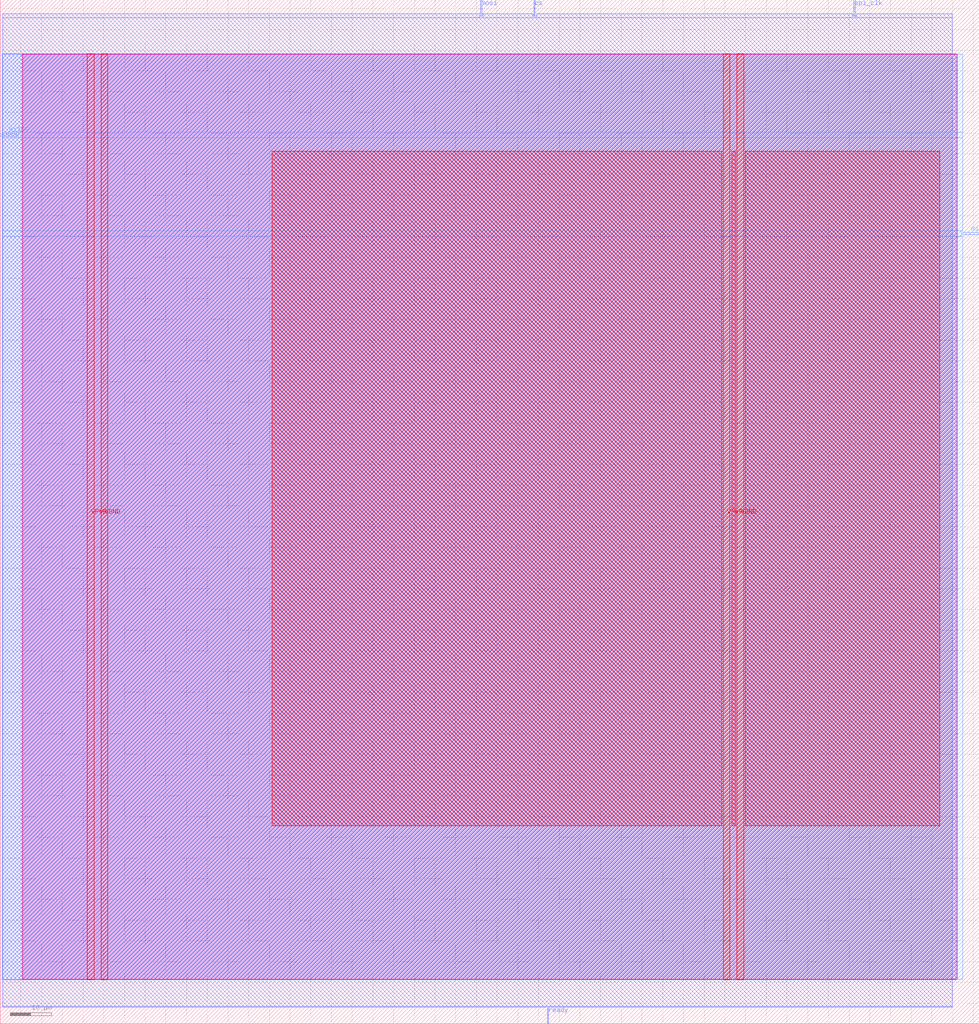
<source format=lef>
VERSION 5.7 ;
  NOWIREEXTENSIONATPIN ON ;
  DIVIDERCHAR "/" ;
  BUSBITCHARS "[]" ;
MACRO matrix_multiplier
  CLASS BLOCK ;
  FOREIGN matrix_multiplier ;
  ORIGIN 0.000 0.000 ;
  SIZE 236.440 BY 247.160 ;
  PIN VGND
    DIRECTION INOUT ;
    USE GROUND ;
    PORT
      LAYER met4 ;
        RECT 24.340 10.640 25.940 234.160 ;
    END
    PORT
      LAYER met4 ;
        RECT 177.940 10.640 179.540 234.160 ;
    END
  END VGND
  PIN VPWR
    DIRECTION INOUT ;
    USE POWER ;
    PORT
      LAYER met4 ;
        RECT 21.040 10.640 22.640 234.160 ;
    END
    PORT
      LAYER met4 ;
        RECT 174.640 10.640 176.240 234.160 ;
    END
  END VPWR
  PIN cs
    DIRECTION INPUT ;
    USE SIGNAL ;
    ANTENNAGATEAREA 0.213000 ;
    PORT
      LAYER met2 ;
        RECT 128.890 243.160 129.170 247.160 ;
    END
  END cs
  PIN hz100
    DIRECTION INPUT ;
    USE SIGNAL ;
    ANTENNAGATEAREA 0.852000 ;
    PORT
      LAYER met3 ;
        RECT 0.000 214.240 4.000 214.840 ;
    END
  END hz100
  PIN miso
    DIRECTION OUTPUT ;
    USE SIGNAL ;
    ANTENNADIFFAREA 0.445500 ;
    PORT
      LAYER met3 ;
        RECT 232.440 190.440 236.440 191.040 ;
    END
  END miso
  PIN mosi
    DIRECTION INPUT ;
    USE SIGNAL ;
    ANTENNAGATEAREA 0.196500 ;
    PORT
      LAYER met2 ;
        RECT 116.010 243.160 116.290 247.160 ;
    END
  END mosi
  PIN ready
    DIRECTION OUTPUT ;
    USE SIGNAL ;
    ANTENNADIFFAREA 0.445500 ;
    PORT
      LAYER met2 ;
        RECT 132.110 0.000 132.390 4.000 ;
    END
  END ready
  PIN spi_clk
    DIRECTION INPUT ;
    USE SIGNAL ;
    ANTENNAGATEAREA 0.196500 ;
    PORT
      LAYER met2 ;
        RECT 206.170 243.160 206.450 247.160 ;
    END
  END spi_clk
  OBS
      LAYER nwell ;
        RECT 5.330 10.795 231.110 234.005 ;
      LAYER li1 ;
        RECT 5.520 10.795 230.920 234.005 ;
      LAYER met1 ;
        RECT 0.530 10.640 230.920 234.160 ;
      LAYER met2 ;
        RECT 0.550 242.880 115.730 243.850 ;
        RECT 116.570 242.880 128.610 243.850 ;
        RECT 129.450 242.880 205.890 243.850 ;
        RECT 206.730 242.880 229.910 243.850 ;
        RECT 0.550 4.280 229.910 242.880 ;
        RECT 0.550 4.000 131.830 4.280 ;
        RECT 132.670 4.000 229.910 4.280 ;
      LAYER met3 ;
        RECT 0.525 215.240 232.440 234.085 ;
        RECT 4.400 213.840 232.440 215.240 ;
        RECT 0.525 191.440 232.440 213.840 ;
        RECT 0.525 190.040 232.040 191.440 ;
        RECT 0.525 10.715 232.440 190.040 ;
      LAYER met4 ;
        RECT 65.615 47.775 174.240 210.625 ;
        RECT 176.640 47.775 177.540 210.625 ;
        RECT 179.940 47.775 226.945 210.625 ;
  END
END matrix_multiplier
END LIBRARY


</source>
